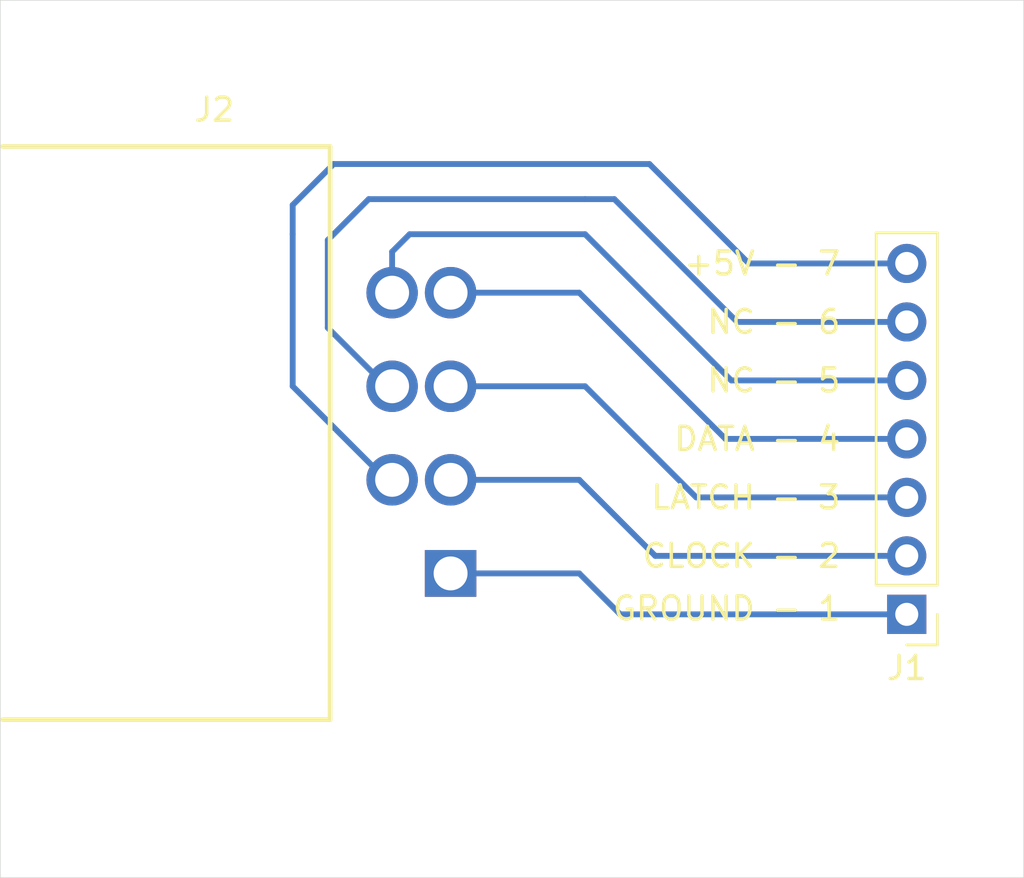
<source format=kicad_pcb>
(kicad_pcb (version 20171130) (host pcbnew "(5.1.10-1-10_14)")

  (general
    (thickness 1.6)
    (drawings 11)
    (tracks 31)
    (zones 0)
    (modules 2)
    (nets 8)
  )

  (page USLetter)
  (title_block
    (title "NES Connector Breadboard Adapter")
    (date 2021-06-09)
    (rev A)
    (comment 2 creativecommons.org/licenses/by/4.0/)
    (comment 3 "License: CC BY 4.0")
    (comment 4 "Author: Dave Dribin")
  )

  (layers
    (0 F.Cu signal)
    (31 B.Cu signal)
    (32 B.Adhes user)
    (33 F.Adhes user)
    (34 B.Paste user)
    (35 F.Paste user)
    (36 B.SilkS user)
    (37 F.SilkS user)
    (38 B.Mask user)
    (39 F.Mask user)
    (40 Dwgs.User user)
    (41 Cmts.User user)
    (42 Eco1.User user)
    (43 Eco2.User user)
    (44 Edge.Cuts user)
    (45 Margin user)
    (46 B.CrtYd user)
    (47 F.CrtYd user)
    (48 B.Fab user)
    (49 F.Fab user)
  )

  (setup
    (last_trace_width 0.254)
    (trace_clearance 0.254)
    (zone_clearance 0.508)
    (zone_45_only no)
    (trace_min 0.1524)
    (via_size 0.6858)
    (via_drill 0.3302)
    (via_min_size 0.508)
    (via_min_drill 0.254)
    (uvia_size 0.6858)
    (uvia_drill 0.3302)
    (uvias_allowed no)
    (uvia_min_size 0.508)
    (uvia_min_drill 0.254)
    (edge_width 0.05)
    (segment_width 0.2)
    (pcb_text_width 0.3)
    (pcb_text_size 1.5 1.5)
    (mod_edge_width 0.12)
    (mod_text_size 1 1)
    (mod_text_width 0.15)
    (pad_size 1.524 1.524)
    (pad_drill 0.762)
    (pad_to_mask_clearance 0.0508)
    (aux_axis_origin 0 0)
    (visible_elements FFFFFF7F)
    (pcbplotparams
      (layerselection 0x010fc_ffffffff)
      (usegerberextensions false)
      (usegerberattributes true)
      (usegerberadvancedattributes true)
      (creategerberjobfile true)
      (excludeedgelayer true)
      (linewidth 0.100000)
      (plotframeref false)
      (viasonmask false)
      (mode 1)
      (useauxorigin false)
      (hpglpennumber 1)
      (hpglpenspeed 20)
      (hpglpendiameter 15.000000)
      (psnegative false)
      (psa4output false)
      (plotreference true)
      (plotvalue true)
      (plotinvisibletext false)
      (padsonsilk false)
      (subtractmaskfromsilk false)
      (outputformat 1)
      (mirror false)
      (drillshape 1)
      (scaleselection 1)
      (outputdirectory ""))
  )

  (net 0 "")
  (net 1 "Net-(J1-Pad1)")
  (net 2 "Net-(J1-Pad2)")
  (net 3 "Net-(J1-Pad3)")
  (net 4 "Net-(J1-Pad4)")
  (net 5 "Net-(J1-Pad5)")
  (net 6 "Net-(J1-Pad6)")
  (net 7 "Net-(J1-Pad7)")

  (net_class Default "This is the default net class."
    (clearance 0.254)
    (trace_width 0.254)
    (via_dia 0.6858)
    (via_drill 0.3302)
    (uvia_dia 0.6858)
    (uvia_drill 0.3302)
    (diff_pair_width 0.2032)
    (diff_pair_gap 0.254)
    (add_net "Net-(J1-Pad1)")
    (add_net "Net-(J1-Pad2)")
    (add_net "Net-(J1-Pad3)")
    (add_net "Net-(J1-Pad4)")
    (add_net "Net-(J1-Pad5)")
    (add_net "Net-(J1-Pad6)")
    (add_net "Net-(J1-Pad7)")
  )

  (module Connector_PinHeader_2.54mm:PinHeader_1x07_P2.54mm_Vertical (layer F.Cu) (tedit 59FED5CC) (tstamp 60C1B993)
    (at 166.37 115.57 180)
    (descr "Through hole straight pin header, 1x07, 2.54mm pitch, single row")
    (tags "Through hole pin header THT 1x07 2.54mm single row")
    (path /60C61DBB)
    (fp_text reference J1 (at 0 -2.33) (layer F.SilkS)
      (effects (font (size 1 1) (thickness 0.15)))
    )
    (fp_text value Conn_01x07 (at 0 17.57) (layer F.Fab)
      (effects (font (size 1 1) (thickness 0.15)))
    )
    (fp_line (start 1.8 -1.8) (end -1.8 -1.8) (layer F.CrtYd) (width 0.05))
    (fp_line (start 1.8 17.05) (end 1.8 -1.8) (layer F.CrtYd) (width 0.05))
    (fp_line (start -1.8 17.05) (end 1.8 17.05) (layer F.CrtYd) (width 0.05))
    (fp_line (start -1.8 -1.8) (end -1.8 17.05) (layer F.CrtYd) (width 0.05))
    (fp_line (start -1.33 -1.33) (end 0 -1.33) (layer F.SilkS) (width 0.12))
    (fp_line (start -1.33 0) (end -1.33 -1.33) (layer F.SilkS) (width 0.12))
    (fp_line (start -1.33 1.27) (end 1.33 1.27) (layer F.SilkS) (width 0.12))
    (fp_line (start 1.33 1.27) (end 1.33 16.57) (layer F.SilkS) (width 0.12))
    (fp_line (start -1.33 1.27) (end -1.33 16.57) (layer F.SilkS) (width 0.12))
    (fp_line (start -1.33 16.57) (end 1.33 16.57) (layer F.SilkS) (width 0.12))
    (fp_line (start -1.27 -0.635) (end -0.635 -1.27) (layer F.Fab) (width 0.1))
    (fp_line (start -1.27 16.51) (end -1.27 -0.635) (layer F.Fab) (width 0.1))
    (fp_line (start 1.27 16.51) (end -1.27 16.51) (layer F.Fab) (width 0.1))
    (fp_line (start 1.27 -1.27) (end 1.27 16.51) (layer F.Fab) (width 0.1))
    (fp_line (start -0.635 -1.27) (end 1.27 -1.27) (layer F.Fab) (width 0.1))
    (fp_text user %R (at 0 7.62 90) (layer F.Fab)
      (effects (font (size 1 1) (thickness 0.15)))
    )
    (pad 1 thru_hole rect (at 0 0 180) (size 1.7 1.7) (drill 1) (layers *.Cu *.Mask)
      (net 1 "Net-(J1-Pad1)"))
    (pad 2 thru_hole oval (at 0 2.54 180) (size 1.7 1.7) (drill 1) (layers *.Cu *.Mask)
      (net 2 "Net-(J1-Pad2)"))
    (pad 3 thru_hole oval (at 0 5.08 180) (size 1.7 1.7) (drill 1) (layers *.Cu *.Mask)
      (net 3 "Net-(J1-Pad3)"))
    (pad 4 thru_hole oval (at 0 7.62 180) (size 1.7 1.7) (drill 1) (layers *.Cu *.Mask)
      (net 4 "Net-(J1-Pad4)"))
    (pad 5 thru_hole oval (at 0 10.16 180) (size 1.7 1.7) (drill 1) (layers *.Cu *.Mask)
      (net 5 "Net-(J1-Pad5)"))
    (pad 6 thru_hole oval (at 0 12.7 180) (size 1.7 1.7) (drill 1) (layers *.Cu *.Mask)
      (net 6 "Net-(J1-Pad6)"))
    (pad 7 thru_hole oval (at 0 15.24 180) (size 1.7 1.7) (drill 1) (layers *.Cu *.Mask)
      (net 7 "Net-(J1-Pad7)"))
    (model ${KISYS3DMOD}/Connector_PinHeader_2.54mm.3dshapes/PinHeader_1x07_P2.54mm_Vertical.wrl
      (at (xyz 0 0 0))
      (scale (xyz 1 1 1))
      (rotate (xyz 0 0 0))
    )
  )

  (module nes-breadboard:NES_Port_Male_Horizontal (layer F.Cu) (tedit 60C21826) (tstamp 60C21AAF)
    (at 147.574 107.696)
    (path /60C605E6)
    (fp_text reference J2 (at -11.2776 -14.0462) (layer F.SilkS)
      (effects (font (size 1 1) (thickness 0.15)))
    )
    (fp_text value NES_Port_Male (at -10.4394 16.764) (layer F.Fab)
      (effects (font (size 1 1) (thickness 0.15)))
    )
    (fp_line (start -20.4724 -12.446) (end -6.2484 -12.446) (layer F.Fab) (width 0.1016))
    (fp_line (start -17.4752 14.859) (end -15.2146 14.859) (layer F.Fab) (width 0.1016))
    (fp_line (start -17.4752 12.446) (end -17.4752 14.859) (layer F.Fab) (width 0.1016))
    (fp_line (start -15.2146 14.859) (end -15.2146 12.446) (layer F.Fab) (width 0.1016))
    (fp_line (start -15.2146 -14.859) (end -15.2146 -12.446) (layer F.Fab) (width 0.1016))
    (fp_line (start -17.4752 -14.859) (end -15.2146 -14.859) (layer F.Fab) (width 0.1016))
    (fp_line (start -17.4752 -12.446) (end -17.4752 -14.859) (layer F.Fab) (width 0.1016))
    (fp_line (start -6.2484 -12.446) (end -6.2484 12.446) (layer F.Fab) (width 0.1016))
    (fp_line (start -20.4724 -12.446) (end -20.4724 12.446) (layer F.Fab) (width 0.1016))
    (fp_line (start -20.4724 -12.446) (end -6.2484 -12.446) (layer F.SilkS) (width 0.2032))
    (fp_line (start -6.2484 12.446) (end -20.4724 12.446) (layer F.Fab) (width 0.1016))
    (fp_line (start -6.223 -8.001) (end 0 -8.001) (layer F.Fab) (width 0.12))
    (fp_line (start -6.223 8.001) (end 0 8.001) (layer F.Fab) (width 0.12))
    (fp_line (start 0 -8.001) (end 0 8.001) (layer F.Fab) (width 0.12))
    (fp_line (start -6.2484 -12.446) (end -6.2484 12.446) (layer F.SilkS) (width 0.2032))
    (fp_line (start -6.2484 12.446) (end -20.4724 12.446) (layer F.SilkS) (width 0.2032))
    (pad 4 thru_hole circle (at -1.016 -6.096) (size 2.2352 2.2352) (drill 1.4732) (layers *.Cu *.Mask)
      (net 4 "Net-(J1-Pad4)"))
    (pad 3 thru_hole circle (at -1.016 -2.032) (size 2.2352 2.2352) (drill 1.4732) (layers *.Cu *.Mask)
      (net 3 "Net-(J1-Pad3)"))
    (pad 2 thru_hole circle (at -1.016 2.032) (size 2.2352 2.2352) (drill 1.4732) (layers *.Cu *.Mask)
      (net 2 "Net-(J1-Pad2)"))
    (pad 1 thru_hole rect (at -1.016 6.096) (size 2.2352 2.032) (drill 1.4732) (layers *.Cu *.Mask)
      (net 1 "Net-(J1-Pad1)"))
    (pad 5 thru_hole circle (at -3.556 -6.096) (size 2.2352 2.2352) (drill 1.4732) (layers *.Cu *.Mask)
      (net 5 "Net-(J1-Pad5)"))
    (pad 7 thru_hole circle (at -3.556 2.032) (size 2.2352 2.2352) (drill 1.4732) (layers *.Cu *.Mask)
      (net 7 "Net-(J1-Pad7)"))
    (pad 6 thru_hole circle (at -3.556 -2.032) (size 2.2352 2.2352) (drill 1.4732) (layers *.Cu *.Mask)
      (net 6 "Net-(J1-Pad6)"))
    (pad "" np_thru_hole circle (at -13.0302 -9.906) (size 3.175 3.175) (drill 3.175) (layers *.Cu *.Mask))
    (pad "" np_thru_hole circle (at -13.0302 9.906) (size 3.175 3.175) (drill 3.175) (layers *.Cu *.Mask))
  )

  (gr_text "+5V - 7" (at 163.576 100.33) (layer F.SilkS)
    (effects (font (size 1 1) (thickness 0.15)) (justify right))
  )
  (gr_text "NC - 6" (at 163.576 102.87) (layer F.SilkS)
    (effects (font (size 1 1) (thickness 0.15)) (justify right))
  )
  (gr_text "NC - 5" (at 163.576 105.41) (layer F.SilkS)
    (effects (font (size 1 1) (thickness 0.15)) (justify right))
  )
  (gr_text "DATA - 4" (at 163.576 107.95) (layer F.SilkS)
    (effects (font (size 1 1) (thickness 0.15)) (justify right))
  )
  (gr_text "LATCH - 3" (at 163.576 110.49) (layer F.SilkS)
    (effects (font (size 1 1) (thickness 0.15)) (justify right))
  )
  (gr_text "CLOCK - 2" (at 163.576 113.03) (layer F.SilkS)
    (effects (font (size 1 1) (thickness 0.15)) (justify right))
  )
  (gr_text "GROUND - 1" (at 163.576 115.316) (layer F.SilkS)
    (effects (font (size 1 1) (thickness 0.15)) (justify right))
  )
  (gr_line (start 127 88.9) (end 171.45 88.9) (layer Edge.Cuts) (width 0.0254) (tstamp 60C1A918))
  (gr_line (start 171.45 127) (end 127 127) (layer Edge.Cuts) (width 0.0254) (tstamp 60C1A915))
  (gr_line (start 171.45 88.9) (end 171.45 127) (layer Edge.Cuts) (width 0.0254) (tstamp 60C1A909))
  (gr_line (start 127 88.9) (end 127 127) (layer Edge.Cuts) (width 0.0254))

  (segment (start 153.924 115.57) (end 152.146 113.792) (width 0.254) (layer B.Cu) (net 1))
  (segment (start 166.37 115.57) (end 153.924 115.57) (width 0.254) (layer B.Cu) (net 1))
  (segment (start 146.558 113.792) (end 152.146 113.792) (width 0.254) (layer B.Cu) (net 1))
  (segment (start 152.146 109.728) (end 146.558 109.728) (width 0.254) (layer B.Cu) (net 2))
  (segment (start 155.448 113.03) (end 152.146 109.728) (width 0.254) (layer B.Cu) (net 2))
  (segment (start 166.37 113.03) (end 155.448 113.03) (width 0.254) (layer B.Cu) (net 2))
  (segment (start 152.4 105.664) (end 146.558 105.664) (width 0.254) (layer B.Cu) (net 3))
  (segment (start 157.226 110.49) (end 152.4 105.664) (width 0.254) (layer B.Cu) (net 3))
  (segment (start 166.37 110.49) (end 157.226 110.49) (width 0.254) (layer B.Cu) (net 3))
  (segment (start 158.496 107.95) (end 152.146 101.6) (width 0.254) (layer B.Cu) (net 4))
  (segment (start 152.146 101.6) (end 146.558 101.6) (width 0.254) (layer B.Cu) (net 4))
  (segment (start 166.37 107.95) (end 158.496 107.95) (width 0.254) (layer B.Cu) (net 4))
  (segment (start 166.37 105.41) (end 158.75 105.41) (width 0.254) (layer B.Cu) (net 5))
  (segment (start 158.75 105.41) (end 152.4 99.06) (width 0.254) (layer B.Cu) (net 5))
  (segment (start 152.4 99.06) (end 144.78 99.06) (width 0.254) (layer B.Cu) (net 5))
  (segment (start 144.78 99.06) (end 144.018 99.822) (width 0.254) (layer B.Cu) (net 5))
  (segment (start 144.018 99.822) (end 144.018 101.6) (width 0.254) (layer B.Cu) (net 5))
  (segment (start 141.224 99.314) (end 143.002 97.536) (width 0.254) (layer B.Cu) (net 6))
  (segment (start 141.224 103.124) (end 141.224 99.314) (width 0.254) (layer B.Cu) (net 6))
  (segment (start 143.002 97.536) (end 152.4 97.536) (width 0.254) (layer B.Cu) (net 6))
  (segment (start 144.018 105.918) (end 141.224 103.124) (width 0.254) (layer B.Cu) (net 6))
  (segment (start 152.4 97.536) (end 153.67 97.536) (width 0.254) (layer B.Cu) (net 6))
  (segment (start 153.67 97.536) (end 159.004 102.87) (width 0.254) (layer B.Cu) (net 6))
  (segment (start 159.004 102.87) (end 166.37 102.87) (width 0.254) (layer B.Cu) (net 6))
  (segment (start 144.018 109.982) (end 139.7 105.664) (width 0.254) (layer B.Cu) (net 7))
  (segment (start 139.7 105.664) (end 139.7 99.06) (width 0.254) (layer B.Cu) (net 7))
  (segment (start 139.7 99.06) (end 139.7 97.79) (width 0.254) (layer B.Cu) (net 7))
  (segment (start 139.7 97.79) (end 141.478 96.012) (width 0.254) (layer B.Cu) (net 7))
  (segment (start 141.478 96.012) (end 155.194 96.012) (width 0.254) (layer B.Cu) (net 7))
  (segment (start 155.194 96.012) (end 159.512 100.33) (width 0.254) (layer B.Cu) (net 7))
  (segment (start 159.512 100.33) (end 166.37 100.33) (width 0.254) (layer B.Cu) (net 7))

)

</source>
